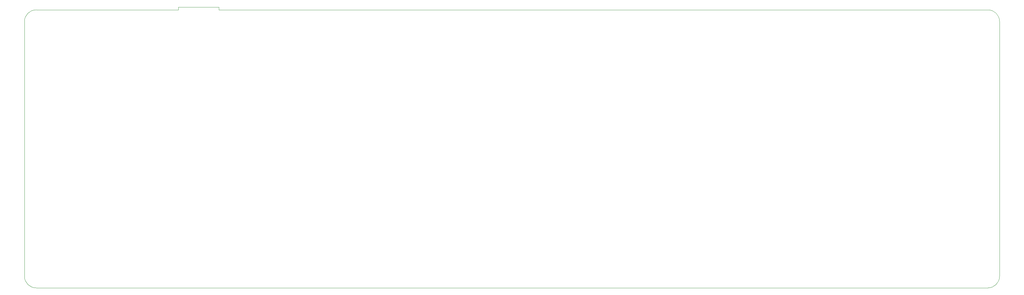
<source format=gbr>
%TF.GenerationSoftware,KiCad,Pcbnew,5.1.9-73d0e3b20d~88~ubuntu20.04.1*%
%TF.CreationDate,2021-02-21T13:43:44-08:00*%
%TF.ProjectId,KB_Lightbar_1,4b425f4c-6967-4687-9462-61725f312e6b,rev?*%
%TF.SameCoordinates,Original*%
%TF.FileFunction,Profile,NP*%
%FSLAX46Y46*%
G04 Gerber Fmt 4.6, Leading zero omitted, Abs format (unit mm)*
G04 Created by KiCad (PCBNEW 5.1.9-73d0e3b20d~88~ubuntu20.04.1) date 2021-02-21 13:43:44*
%MOMM*%
%LPD*%
G01*
G04 APERTURE LIST*
%TA.AperFunction,Profile*%
%ADD10C,0.050000*%
%TD*%
G04 APERTURE END LIST*
D10*
X41275000Y286543750D02*
X41275000Y285750000D01*
X52387500Y286543750D02*
X41275000Y286543750D01*
X52387500Y285750000D02*
X52387500Y286543750D01*
X-793750Y282575000D02*
G75*
G02*
X2381250Y285750000I3175000J0D01*
G01*
X2381250Y209550000D02*
G75*
G02*
X-793750Y212725000I0J3175000D01*
G01*
X265906250Y212725000D02*
G75*
G02*
X262731250Y209550000I-3175000J0D01*
G01*
X262731250Y285750000D02*
G75*
G02*
X265906250Y282575000I0J-3175000D01*
G01*
X265906250Y212725000D02*
X265906250Y282575000D01*
X2381250Y209550000D02*
X262731250Y209550000D01*
X-793750Y282575000D02*
X-793750Y212725000D01*
X41275000Y285750000D02*
X2381250Y285750000D01*
X262731250Y285750000D02*
X52387500Y285750000D01*
M02*

</source>
